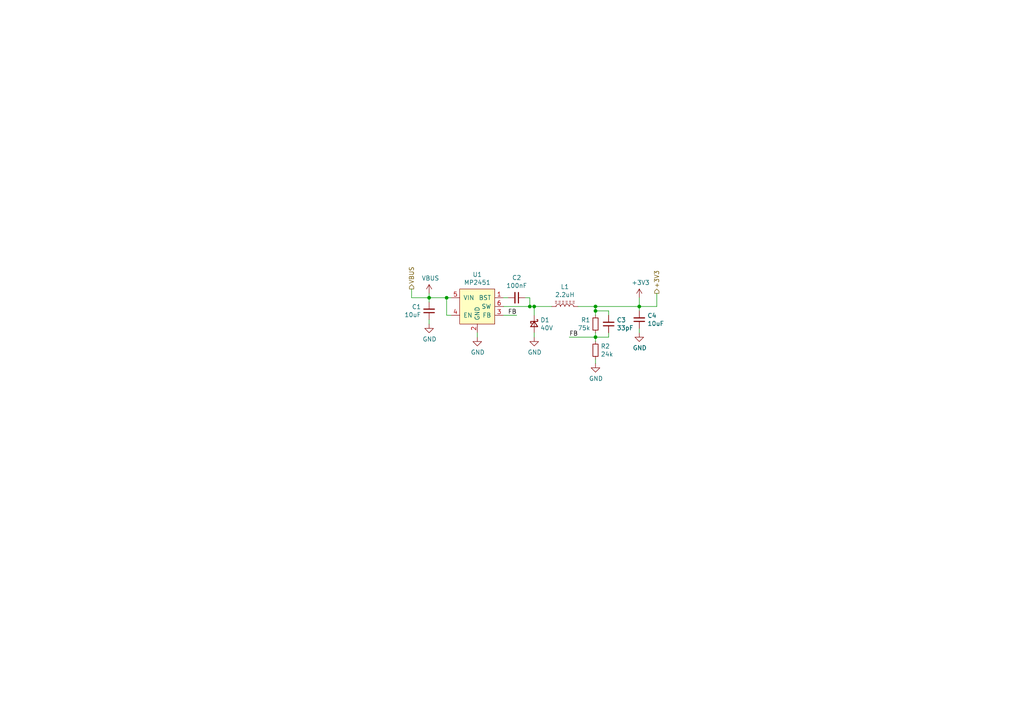
<source format=kicad_sch>
(kicad_sch (version 20230121) (generator eeschema)
  (paper "A4")
  (lib_symbols
    (symbol "Device:C_Small" (pin_numbers hide) (pin_names (offset 0.254) hide)
      (property "Reference" "C" (at 0.254 1.778 0))
      (property "Value" "C_Small" (at 0.254 -2.032 0))
      (symbol "C_Small_0_1"
        (polyline (pts (xy -1.524 -0.508) (xy 1.524 -0.508)) (stroke (width 0.3302)))
        (polyline (pts (xy -1.524 0.508) (xy 1.524 0.508)) (stroke (width 0.3048)))
      )
      (symbol "C_Small_1_1"
        (pin passive line (at 0 2.54 270) (length 2.032) (name "~") (number "1"))
        (pin passive line (at 0 -2.54 90) (length 2.032) (name "~") (number "2"))
      )
    )
    (symbol "Device:D_Schottky_Small" (pin_numbers hide) (pin_names (offset 0.254) hide)
      (property "Reference" "D" (at -1.27 2.032 0))
      (property "Value" "D_Schottky_Small" (at -7.112 -2.032 0))
      (symbol "D_Schottky_Small_0_1"
        (polyline (pts (xy -0.762 0) (xy 0.762 0)))
        (polyline (pts (xy 0.762 -1.016) (xy -0.762 0) (xy 0.762 1.016) (xy 0.762 -1.016)) (stroke (width 0.254)))
        (polyline (pts (xy -1.27 0.762) (xy -1.27 1.016) (xy -0.762 1.016) (xy -0.762 -1.016) (xy -0.254 -1.016) (xy -0.254 -0.762)) (stroke (width 0.254)))
      )
      (symbol "D_Schottky_Small_1_1"
        (pin passive line (at -2.54 0 0) (length 1.778) (name "K") (number "1"))
        (pin passive line (at 2.54 0 180) (length 1.778) (name "A") (number "2"))
      )
    )
    (symbol "Device:L_Core_Ferrite" (pin_numbers hide) (pin_names (offset 1.016) hide)
      (property "Reference" "L" (at -1.27 0 90))
      (property "Value" "Device_L_Core_Ferrite" (at 2.794 0 90))
      (symbol "L_Core_Ferrite_0_1"
        (arc (start 0 -2.54) (mid 0.6323 -1.905) (end 0 -1.27))
        (arc (start 0 -1.27) (mid 0.6323 -0.635) (end 0 0))
        (polyline (pts (xy 1.016 -2.794) (xy 1.016 -2.286)))
        (polyline (pts (xy 1.016 -1.778) (xy 1.016 -1.27)))
        (polyline (pts (xy 1.016 -0.762) (xy 1.016 -0.254)))
        (polyline (pts (xy 1.016 0.254) (xy 1.016 0.762)))
        (polyline (pts (xy 1.016 1.27) (xy 1.016 1.778)))
        (polyline (pts (xy 1.016 2.286) (xy 1.016 2.794)))
        (polyline (pts (xy 1.524 -2.286) (xy 1.524 -2.794)))
        (polyline (pts (xy 1.524 -1.27) (xy 1.524 -1.778)))
        (polyline (pts (xy 1.524 -0.254) (xy 1.524 -0.762)))
        (polyline (pts (xy 1.524 0.762) (xy 1.524 0.254)))
        (polyline (pts (xy 1.524 1.778) (xy 1.524 1.27)))
        (polyline (pts (xy 1.524 2.794) (xy 1.524 2.286)))
        (arc (start 0 0) (mid 0.6323 0.635) (end 0 1.27))
        (arc (start 0 1.27) (mid 0.6323 1.905) (end 0 2.54))
      )
      (symbol "L_Core_Ferrite_1_1"
        (pin passive line (at 0 3.81 270) (length 1.27) (name "1") (number "1"))
        (pin passive line (at 0 -3.81 90) (length 1.27) (name "2") (number "2"))
      )
    )
    (symbol "Device:R_Small" (pin_numbers hide) (pin_names (offset 0.254) hide)
      (property "Reference" "R" (at 0.762 0.508 0))
      (property "Value" "R_Small" (at 0.762 -1.016 0))
      (symbol "R_Small_0_1"
        (rectangle (start -0.762 1.778) (end 0.762 -1.778) (stroke (width 0.2032)))
      )
      (symbol "R_Small_1_1"
        (pin passive line (at 0 2.54 270) (length 0.762) (name "~") (number "1"))
        (pin passive line (at 0 -2.54 90) (length 0.762) (name "~") (number "2"))
      )
    )
    (symbol "meansOfCircuitDesign:MP2451" (pin_names (offset 1.016))
      (property "Reference" "U" (at 0 8.89 0))
      (property "Value" "meansOfCircuitDesign_MP2451" (at 0 6.35 0))
      (symbol "MP2451_0_1"
        (rectangle (start -5.08 5.08) (end 5.08 -5.08) (fill (type background)))
      )
      (symbol "MP2451_1_1"
        (pin passive line (at 7.62 2.54 180) (length 2.54) (name "BST") (number "1"))
        (pin passive line (at 0 -7.62 90) (length 2.54) (name "GND") (number "2"))
        (pin input line (at 7.62 -2.54 180) (length 2.54) (name "FB") (number "3"))
        (pin input line (at -7.62 -2.54 0) (length 2.54) (name "EN") (number "4"))
        (pin input line (at -7.62 2.54 0) (length 2.54) (name "VIN") (number "5"))
        (pin output line (at 7.62 0 180) (length 2.54) (name "SW") (number "6"))
      )
    )
    (symbol "power:+3V3" (power) (pin_names (offset 0))
      (property "Value" "+3V3" (at 0 3.556 0))
      (symbol "+3V3_0_1"
        (polyline (pts (xy -0.762 1.27) (xy 0 2.54)))
        (polyline (pts (xy 0 0) (xy 0 2.54)))
        (polyline (pts (xy 0 2.54) (xy 0.762 1.27)))
      )
      (symbol "+3V3_1_1"
        (pin power_in line (at 0 0 90) (length 0) hide (name "+3V3") (number "1"))
      )
    )
    (symbol "power:GND" (power) (pin_names (offset 0))
      (property "Value" "GND" (at 0 -3.81 0))
      (symbol "GND_0_1"
        (polyline (pts (xy 0 0) (xy 0 -1.27) (xy 1.27 -1.27) (xy 0 -2.54) (xy -1.27 -1.27) (xy 0 -1.27)))
      )
      (symbol "GND_1_1"
        (pin power_in line (at 0 0 270) (length 0) hide (name "GND") (number "1"))
      )
    )
    (symbol "power:VBUS" (power) (pin_names (offset 0))
      (property "Value" "VBUS" (at 0 3.81 0))
      (symbol "VBUS_0_1"
        (polyline (pts (xy -0.762 1.27) (xy 0 2.54)))
        (polyline (pts (xy 0 0) (xy 0 2.54)))
        (polyline (pts (xy 0 2.54) (xy 0.762 1.27)))
      )
      (symbol "VBUS_1_1"
        (pin power_in line (at 0 0 90) (length 0) hide (name "VBUS") (number "1"))
      )
    )
  )
  (junction (at 172.72 90.17))
  (junction (at 185.42 88.9))
  (junction (at 154.94 88.9))
  (junction (at 153.67 88.9))
  (junction (at 172.72 88.9))
  (junction (at 124.46 86.36))
  (junction (at 129.54 86.36))
  (junction (at 172.72 97.79))
  (wire (pts (xy 185.42 90.17) (xy 185.42 88.9)))
  (wire (pts (xy 153.67 88.9) (xy 146.05 88.9)))
  (wire (pts (xy 185.42 88.9) (xy 185.42 86.36)))
  (wire (pts (xy 119.38 83.82) (xy 119.38 86.36)))
  (wire (pts (xy 172.72 91.44) (xy 172.72 90.17)))
  (wire (pts (xy 172.72 105.41) (xy 172.72 104.14)))
  (wire (pts (xy 172.72 90.17) (xy 176.53 90.17)))
  (wire (pts (xy 138.43 97.79) (xy 138.43 96.52)))
  (wire (pts (xy 190.5 85.09) (xy 190.5 88.9)))
  (wire (pts (xy 172.72 88.9) (xy 167.64 88.9)))
  (wire (pts (xy 154.94 91.44) (xy 154.94 88.9)))
  (wire (pts (xy 176.53 96.52) (xy 176.53 97.79)))
  (wire (pts (xy 129.54 86.36) (xy 124.46 86.36)))
  (wire (pts (xy 172.72 90.17) (xy 172.72 88.9)))
  (wire (pts (xy 124.46 93.98) (xy 124.46 92.71)))
  (wire (pts (xy 172.72 96.52) (xy 172.72 97.79)))
  (wire (pts (xy 185.42 96.52) (xy 185.42 95.25)))
  (wire (pts (xy 119.38 86.36) (xy 124.46 86.36)))
  (wire (pts (xy 172.72 88.9) (xy 185.42 88.9)))
  (wire (pts (xy 176.53 97.79) (xy 172.72 97.79)))
  (wire (pts (xy 130.81 91.44) (xy 129.54 91.44)))
  (wire (pts (xy 153.67 86.36) (xy 153.67 88.9)))
  (wire (pts (xy 154.94 88.9) (xy 153.67 88.9)))
  (wire (pts (xy 172.72 97.79) (xy 165.1 97.79)))
  (wire (pts (xy 172.72 97.79) (xy 172.72 99.06)))
  (wire (pts (xy 147.32 86.36) (xy 146.05 86.36)))
  (wire (pts (xy 160.02 88.9) (xy 154.94 88.9)))
  (wire (pts (xy 149.86 91.44) (xy 146.05 91.44)))
  (wire (pts (xy 190.5 88.9) (xy 185.42 88.9)))
  (wire (pts (xy 154.94 97.79) (xy 154.94 96.52)))
  (wire (pts (xy 129.54 86.36) (xy 130.81 86.36)))
  (wire (pts (xy 124.46 85.09) (xy 124.46 86.36)))
  (wire (pts (xy 124.46 86.36) (xy 124.46 87.63)))
  (wire (pts (xy 129.54 91.44) (xy 129.54 86.36)))
  (wire (pts (xy 152.4 86.36) (xy 153.67 86.36)))
  (wire (pts (xy 176.53 90.17) (xy 176.53 91.44)))
  (label "FB" (at 165.1 97.79 0))
  (label "FB" (at 149.86 91.44 180))
  (hierarchical_label "VBUS" (shape output) (at 119.38 83.82 90))
  (hierarchical_label "+3V3" (shape output) (at 190.5 85.09 90))
  (symbol (lib_id "meansOfCircuitDesign:MP2451") (at 138.43 88.9 0) (unit 1)
    (property "Reference" "U1" (at 138.43 79.629 0))
    (property "Value" "MP2451" (at 138.43 81.9404 0))
    (property "Footprint" "Package_TO_SOT_SMD:SOT-23-6" (effects hide))
    (property "Datasheet" "https://www.monolithicpower.com/en/documentview/productdocument/index/version/2/document_type/Datasheet/lang/en/sku/MP2451/document_id/253/" (effects hide))
    (property "JLC" "SOT-23-6L" (effects hide))
    (property "LCSC" "C14123" (effects hide))
  )
  (symbol (lib_id "Device:L_Core_Ferrite") (at 163.83 88.9 90) (unit 1)
    (property "Reference" "L1" (at 163.83 83.185 90))
    (property "Value" "2.2uH" (at 163.83 85.4964 90))
    (property "Footprint" "Inductor_SMD:L_1008_2520Metric" (effects hide))
    (property "Datasheet" "https://www.chilisin.com/upload/media/product/power/file/BDCD_Series.pdf" (effects hide))
    (property "JLC" "SMD_2.5x2.0x1.2mm" (effects hide))
    (property "LCSC" "C779529" (effects hide))
    (property "MPN" "BDCD002520122R2MS1" (effects hide))
  )
  (symbol (lib_id "Device:R_Small") (at 172.72 93.98 0) (unit 1)
    (property "Reference" "R1" (at 171.2214 92.8116 0) (effects (justify right)))
    (property "Value" "75k" (at 171.2214 95.123 0) (effects (justify right)))
    (property "Footprint" "Resistor_SMD:R_0402_1005Metric" (effects hide))
    (property "JLC" "0402" (effects hide))
    (property "LCSC" "C25798" (effects hide))
  )
  (symbol (lib_id "Device:R_Small") (at 172.72 101.6 0) (unit 1)
    (property "Reference" "R2" (at 174.2186 100.4316 0) (effects (justify left)))
    (property "Value" "24k" (at 174.2186 102.743 0) (effects (justify left)))
    (property "Footprint" "Resistor_SMD:R_0402_1005Metric" (effects hide))
    (property "JLC" "0402" (effects hide))
    (property "LCSC" "C25769" (effects hide))
  )
  (symbol (lib_id "Device:D_Schottky_Small") (at 154.94 93.98 270) (unit 1)
    (property "Reference" "D1" (at 156.718 92.8116 90) (effects (justify left)))
    (property "Value" "40V" (at 156.718 95.123 90) (effects (justify left)))
    (property "Footprint" "Diode_SMD:D_SOD-123" (effects hide))
    (property "JLC" "SOD-123" (effects hide))
    (property "LCSC" "C8598" (effects hide))
    (property "MPN" "B5819W" (effects hide))
  )
  (symbol (lib_id "Device:C_Small") (at 149.86 86.36 270) (unit 1)
    (property "Reference" "C2" (at 149.86 80.5434 90))
    (property "Value" "100nF" (at 149.86 82.8548 90))
    (property "Footprint" "Capacitor_SMD:C_0402_1005Metric" (effects hide))
    (property "JLC" "0402" (effects hide))
    (property "LCSC" "C1525" (effects hide))
  )
  (symbol (lib_id "power:GND") (at 154.94 97.79 0) (unit 1)
    (property "Reference" "#PWR04" (effects hide))
    (property "Value" "GND" (at 155.067 102.1842 0))
  )
  (symbol (lib_id "power:GND") (at 172.72 105.41 0) (unit 1)
    (property "Reference" "#PWR05" (effects hide))
    (property "Value" "GND" (at 172.847 109.8042 0))
  )
  (symbol (lib_id "Device:C_Small") (at 176.53 93.98 180) (unit 1)
    (property "Reference" "C3" (at 178.8668 92.8116 0) (effects (justify right)))
    (property "Value" "33pF" (at 178.8668 95.123 0) (effects (justify right)))
    (property "Footprint" "Capacitor_SMD:C_0402_1005Metric" (effects hide))
    (property "JLC" "0402" (effects hide))
    (property "LCSC" "C1562" (effects hide))
  )
  (symbol (lib_id "Device:C_Small") (at 185.42 92.71 180) (unit 1)
    (property "Reference" "C4" (at 187.7568 91.5416 0) (effects (justify right)))
    (property "Value" "10uF" (at 187.7568 93.853 0) (effects (justify right)))
    (property "Footprint" "Capacitor_SMD:C_0402_1005Metric" (effects hide))
    (property "JLC" "0402" (effects hide))
    (property "LCSC" "C15525" (effects hide))
  )
  (symbol (lib_id "power:GND") (at 185.42 96.52 0) (unit 1)
    (property "Reference" "#PWR07" (effects hide))
    (property "Value" "GND" (at 185.547 100.9142 0))
  )
  (symbol (lib_id "Device:C_Small") (at 124.46 90.17 180) (unit 1)
    (property "Reference" "C1" (at 122.1486 89.0016 0) (effects (justify left)))
    (property "Value" "10uF" (at 122.1486 91.313 0) (effects (justify left)))
    (property "Footprint" "Capacitor_SMD:C_1206_3216Metric" (effects hide))
    (property "JLC" "1206" (effects hide))
    (property "LCSC" "C13585" (effects hide))
  )
  (symbol (lib_id "power:GND") (at 138.43 97.79 0) (unit 1)
    (property "Reference" "#PWR03" (effects hide))
    (property "Value" "GND" (at 138.557 102.1842 0))
  )
  (symbol (lib_id "power:GND") (at 124.46 93.98 0) (unit 1)
    (property "Reference" "#PWR02" (effects hide))
    (property "Value" "GND" (at 124.587 98.3742 0))
  )
  (symbol (lib_id "power:+3V3") (at 185.42 86.36 0) (unit 1)
    (property "Reference" "#PWR06" (effects hide))
    (property "Value" "+3V3" (at 185.801 81.9658 0))
  )
  (symbol (lib_id "power:VBUS") (at 124.46 85.09 0) (unit 1)
    (property "Reference" "#PWR01" (effects hide))
    (property "Value" "VBUS" (at 124.841 80.6958 0))
  )
)
</source>
